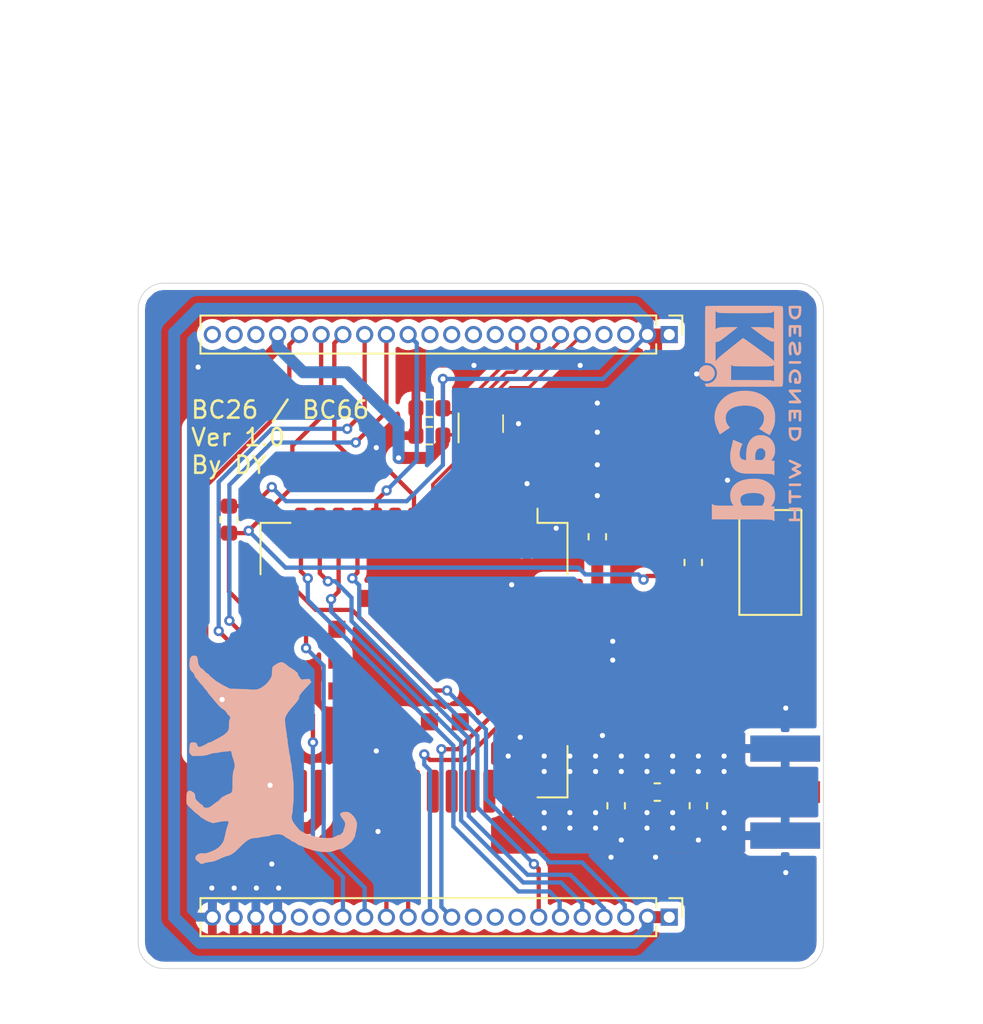
<source format=kicad_pcb>
(kicad_pcb (version 20190905) (host pcbnew "5.99.0-unknown-df3fabf~86~ubuntu18.04.1")
  (layers (0 "F.Cu" signal) (31 "B.Cu" signal) (34 "B.Paste" user) (35 "F.Paste" user) (36 "B.SilkS" user) (37 "F.SilkS" user) (38 "B.Mask" user) (39 "F.Mask" user) (44 "Edge.Cuts" user))
  (net 0 "")
  (net 1 "GND")
  (net 2 "+3V3")
  (net 3 "Net-(C2-Pad1)")
  (net 4 "Net-(C3-Pad1)")
  (net 5 "/M_RESET")
  (net 6 "/M_VDD_OUT")
  (net 7 "/PSM_EINT")
  (net 8 "/M_PWRKEY")
  (net 9 "/M_MAIN_UART_Rx")
  (net 10 "/M_MAIN_UART_Tx")
  (net 11 "/M_ADC")
  (net 12 "/M_SPI_CS-I2S_CS")
  (net 13 "/M_SPI_CLK-I2S_CLK")
  (net 14 "/M_SPI_MOSI-I2S_WA")
  (net 15 "/M_SPI_MISO-I2S_RXD")
  (net 16 "/M_RI")
  (net 17 "/M_NET_LED")
  (net 18 "/M_AUX_UART_Rx")
  (net 19 "/M_AUX_UART_Tx")
  (net 20 "/M_DBG_UART_Rx")
  (net 21 "/M_DBG_UART_TX")
  (net 22 "/SIM_GND")
  (net 23 "/SIM_CLK")
  (net 24 "/SIM_IO")
  (net 25 "/SIM_RST")
  (net 26 "/V_SIM")
  (net 27 "/B_SPI_CS-I2S_CS")
  (net 28 "/B_SPI_CLK-I2S_CLK")
  (net 29 "/B_SPI_MOSI-I2S_WA")
  (net 30 "/B_SPI_MISO-I2S_RXD")
  (module "Symbol:KiCad-Logo2_5mm_SilkScreen" (layer "B.Cu") (at 105.7 77.6 -90)
    (fp_text reference "REF**" hide)
    (fp_text value "KiCad-Logo2_5mm_SilkScreen" hide)
  )
  (module "LTD_Customized:Cat-Logo" (layer "B.Cu") (at 77.8 97.8 90)
    (fp_text reference "G***" hide)
    (fp_text value "LOGO" hide)
  )
  (module "Package_DFN_QFN:Texas_R_PUQFN-N12" (layer "F.Cu") (at 90 78.2 90)
    (fp_text reference "U2" hide)
    (fp_text value "TXB0304RUT")
    (pad "1" smd rect (at -0.425 -0.975 90) (size 0.15 0.25) (layers "F.Cu" "F.Paste" "F.Mask") (net 6 "/M_VDD_OUT"))
    (pad "12" smd rect (at 0 -0.8) (size 0.6 0.2) (layers "F.Cu" "F.Paste" "F.Mask") (net 6 "/M_VDD_OUT"))
    (pad "11" smd rect (at 0.65 -0.8) (size 0.2 0.6) (layers "F.Cu" "F.Paste" "F.Mask") (net 2 "+3V3"))
    (pad "10" smd rect (at 0.65 -0.4) (size 0.2 0.6) (layers "F.Cu" "F.Paste" "F.Mask") (net 27 "/B_SPI_CS-I2S_CS"))
    (pad "9" smd rect (at 0.65 0) (size 0.2 0.6) (layers "F.Cu" "F.Paste" "F.Mask") (net 28 "/B_SPI_CLK-I2S_CLK"))
    (pad "8" smd rect (at 0.65 0.4) (size 0.2 0.6) (layers "F.Cu" "F.Paste" "F.Mask") (net 29 "/B_SPI_MOSI-I2S_WA"))
    (pad "7" smd rect (at 0.65 0.8) (size 0.2 0.6) (layers "F.Cu" "F.Paste" "F.Mask") (net 30 "/B_SPI_MISO-I2S_RXD"))
    (pad "6" smd rect (at 0 0.8) (size 0.6 0.2) (layers "F.Cu" "F.Paste" "F.Mask") (net 1 "GND"))
    (pad "5" smd rect (at -0.65 0.8) (size 0.2 0.6) (layers "F.Cu" "F.Paste" "F.Mask") (net 15 "/M_SPI_MISO-I2S_RXD"))
    (pad "4" smd rect (at -0.65 0.4) (size 0.2 0.6) (layers "F.Cu" "F.Paste" "F.Mask") (net 14 "/M_SPI_MOSI-I2S_WA"))
    (pad "3" smd rect (at -0.65 0) (size 0.2 0.6) (layers "F.Cu" "F.Paste" "F.Mask") (net 13 "/M_SPI_CLK-I2S_CLK"))
    (pad "2" smd rect (at -0.65 -0.4) (size 0.2 0.6) (layers "F.Cu" "F.Paste" "F.Mask") (net 12 "/M_SPI_CS-I2S_CS"))
    (pad "1" smd rect (at -0.65 -0.8) (size 0.2 0.6) (layers "F.Cu" "F.Paste" "F.Mask") (net 6 "/M_VDD_OUT"))
  )
  (module "Capacitor_SMD:C_0603_1608Metric" (layer "F.Cu") (at 87 77.3 180)
    (fp_text reference "C5" hide)
    (fp_text value "100nF")
    (pad "2" smd roundrect (at 0.7875 0 180) (size 0.875 0.95) (layers "F.Cu" "F.Paste" "F.Mask") (net 1 "GND"))
    (pad "1" smd roundrect (at -0.7875 0 180) (size 0.875 0.95) (layers "F.Cu" "F.Paste" "F.Mask") (net 2 "+3V3"))
  )
  (module "Capacitor_SMD:C_0603_1608Metric" (layer "F.Cu") (at 87 78.9 180)
    (fp_text reference "C4" hide)
    (fp_text value "100nF")
    (pad "2" smd roundrect (at 0.7875 0 180) (size 0.875 0.95) (layers "F.Cu" "F.Paste" "F.Mask") (net 1 "GND"))
    (pad "1" smd roundrect (at -0.7875 0 180) (size 0.875 0.95) (layers "F.Cu" "F.Paste" "F.Mask") (net 6 "/M_VDD_OUT"))
  )
  (module "RF_GSM:Quectel_BC66" (layer "F.Cu") (at 86.1 92 -90)
    (fp_text reference "U1" hide)
    (fp_text value "BC66")
    (pad "58" smd rect (at -1.8 -4.5 270) (size 1 1) (layers "F.Cu" "F.Paste" "F.Mask"))
    (pad "57" smd rect (at 0 -4.5 270) (size 1 1) (layers "F.Cu" "F.Paste" "F.Mask"))
    (pad "56" smd rect (at 1.8 -4.5 270) (size 1 1) (layers "F.Cu" "F.Paste" "F.Mask"))
    (pad "55" smd rect (at 3.6 -2.7 270) (size 1 1) (layers "F.Cu" "F.Paste" "F.Mask"))
    (pad "54" smd rect (at 3.6 -0.9 270) (size 1 1) (layers "F.Cu" "F.Paste" "F.Mask"))
    (pad "53" smd rect (at 3.6 0.9 270) (size 1 1) (layers "F.Cu" "F.Paste" "F.Mask"))
    (pad "52" smd rect (at 3.6 2.7 270) (size 1 1) (layers "F.Cu" "F.Paste" "F.Mask"))
    (pad "51" smd rect (at 1.8 4.5 270) (size 1 1) (layers "F.Cu" "F.Paste" "F.Mask"))
    (pad "50" smd rect (at 0 4.5 270) (size 1 1) (layers "F.Cu" "F.Paste" "F.Mask"))
    (pad "49" smd rect (at -1.8 4.5 270) (size 1 1) (layers "F.Cu" "F.Paste" "F.Mask"))
    (pad "48" smd rect (at -3.6 2.7 270) (size 1 1) (layers "F.Cu" "F.Paste" "F.Mask"))
    (pad "47" smd rect (at -3.6 0.9 270) (size 1 1) (layers "F.Cu" "F.Paste" "F.Mask"))
    (pad "46" smd rect (at -3.6 -0.9 270) (size 1 1) (layers "F.Cu" "F.Paste" "F.Mask"))
    (pad "45" smd rect (at -3.6 -2.7 270) (size 1 1) (layers "F.Cu" "F.Paste" "F.Mask"))
    (pad "44" smd roundrect (at -4.4 -8.6 180) (size 2.5 0.7) (layers "F.Cu" "F.Paste" "F.Mask"))
    (pad "43" smd roundrect (at -3.3 -8.6 180) (size 2.5 0.7) (layers "F.Cu" "F.Paste" "F.Mask") (net 2 "+3V3"))
    (pad "42" smd roundrect (at -2.2 -8.6 180) (size 2.5 0.7) (layers "F.Cu" "F.Paste" "F.Mask") (net 2 "+3V3"))
    (pad "41" smd roundrect (at -1.1 -8.6 180) (size 2.5 0.7) (layers "F.Cu" "F.Paste" "F.Mask") (net 1 "GND"))
    (pad "40" smd roundrect (at 0 -8.6 180) (size 2.5 0.7) (layers "F.Cu" "F.Paste" "F.Mask") (net 1 "GND"))
    (pad "39" smd roundrect (at 1.1 -8.6 180) (size 2.5 0.7) (layers "F.Cu" "F.Paste" "F.Mask") (net 21 "/M_DBG_UART_TX"))
    (pad "38" smd roundrect (at 2.2 -8.6 180) (size 2.5 0.7) (layers "F.Cu" "F.Paste" "F.Mask") (net 20 "/M_DBG_UART_Rx"))
    (pad "37" smd roundrect (at 3.3 -8.6 180) (size 2.5 0.7) (layers "F.Cu" "F.Paste" "F.Mask") (net 1 "GND"))
    (pad "36" smd roundrect (at 4.4 -8.6 180) (size 2.5 0.7) (layers "F.Cu" "F.Paste" "F.Mask") (net 1 "GND"))
    (pad "35" smd roundrect (at 7.65 -6.6 270) (size 2.5 0.7) (layers "F.Cu" "F.Paste" "F.Mask") (net 3 "Net-(C2-Pad1)"))
    (pad "34" smd roundrect (at 7.65 -5.5 270) (size 2.5 0.7) (layers "F.Cu" "F.Paste" "F.Mask") (net 1 "GND"))
    (pad "33" smd roundrect (at 7.65 -4.4 270) (size 2.5 0.7) (layers "F.Cu" "F.Paste" "F.Mask"))
    (pad "32" smd roundrect (at 7.65 -3.3 270) (size 2.5 0.7) (layers "F.Cu" "F.Paste" "F.Mask"))
    (pad "31" smd roundrect (at 7.65 -2.2 270) (size 2.5 0.7) (layers "F.Cu" "F.Paste" "F.Mask"))
    (pad "30" smd roundrect (at 7.65 -1.1 270) (size 2.5 0.7) (layers "F.Cu" "F.Paste" "F.Mask"))
    (pad "29" smd roundrect (at 7.65 0 270) (size 2.5 0.7) (layers "F.Cu" "F.Paste" "F.Mask") (net 19 "/M_AUX_UART_Tx"))
    (pad "28" smd roundrect (at 7.65 1.1 270) (size 2.5 0.7) (layers "F.Cu" "F.Paste" "F.Mask") (net 18 "/M_AUX_UART_Rx"))
    (pad "27" smd roundrect (at 7.65 2.2 270) (size 2.5 0.7) (layers "F.Cu" "F.Paste" "F.Mask") (net 1 "GND"))
    (pad "26" smd roundrect (at 7.65 3.3 270) (size 2.5 0.7) (layers "F.Cu" "F.Paste" "F.Mask"))
    (pad "25" smd roundrect (at 7.65 4.4 270) (size 2.5 0.7) (layers "F.Cu" "F.Paste" "F.Mask"))
    (pad "24" smd roundrect (at 7.65 5.5 270) (size 2.5 0.7) (layers "F.Cu" "F.Paste" "F.Mask") (net 6 "/M_VDD_OUT"))
    (pad "23" smd roundrect (at 7.65 6.6 270) (size 2.5 0.7) (layers "F.Cu" "F.Paste" "F.Mask"))
    (pad "22" smd roundrect (at 4.4 8.6) (size 2.5 0.7) (layers "F.Cu" "F.Paste" "F.Mask"))
    (pad "21" smd roundrect (at 3.3 8.6) (size 2.5 0.7) (layers "F.Cu" "F.Paste" "F.Mask"))
    (pad "20" smd roundrect (at 2.2 8.6) (size 2.5 0.7) (layers "F.Cu" "F.Paste" "F.Mask") (net 16 "/M_RI"))
    (pad "19" smd roundrect (at 1.1 8.6) (size 2.5 0.7) (layers "F.Cu" "F.Paste" "F.Mask") (net 7 "/PSM_EINT"))
    (pad "18" smd roundrect (at 0 8.6) (size 2.5 0.7) (layers "F.Cu" "F.Paste" "F.Mask") (net 9 "/M_MAIN_UART_Rx"))
    (pad "17" smd roundrect (at -1.1 8.6) (size 2.5 0.7) (layers "F.Cu" "F.Paste" "F.Mask") (net 10 "/M_MAIN_UART_Tx"))
    (pad "16" smd roundrect (at -2.2 8.6) (size 2.5 0.7) (layers "F.Cu" "F.Paste" "F.Mask") (net 17 "/M_NET_LED"))
    (pad "15" smd roundrect (at -3.3 8.6) (size 2.5 0.7) (layers "F.Cu" "F.Paste" "F.Mask") (net 5 "/M_RESET"))
    (pad "14" smd roundrect (at -4.4 8.6) (size 2.5 0.7) (layers "F.Cu" "F.Paste" "F.Mask") (net 26 "/V_SIM"))
    (pad "13" smd roundrect (at -7.65 6.6 270) (size 2.5 0.7) (layers "F.Cu" "F.Paste" "F.Mask") (net 23 "/SIM_CLK"))
    (pad "12" smd roundrect (at -7.65 5.5 270) (size 2.5 0.7) (layers "F.Cu" "F.Paste" "F.Mask") (net 25 "/SIM_RST"))
    (pad "11" smd roundrect (at -7.65 4.4 270) (size 2.5 0.7) (layers "F.Cu" "F.Paste" "F.Mask") (net 24 "/SIM_IO"))
    (pad "10" smd roundrect (at -7.65 3.3 270) (size 2.5 0.7) (layers "F.Cu" "F.Paste" "F.Mask") (net 22 "/SIM_GND"))
    (pad "9" smd roundrect (at -7.65 2.2 270) (size 2.5 0.7) (layers "F.Cu" "F.Paste" "F.Mask") (net 11 "/M_ADC"))
    (pad "8" smd roundrect (at -7.65 1.1 270) (size 2.5 0.7) (layers "F.Cu" "F.Paste" "F.Mask"))
    (pad "7" smd roundrect (at -7.65 0 270) (size 2.5 0.7) (layers "F.Cu" "F.Paste" "F.Mask") (net 8 "/M_PWRKEY"))
    (pad "6" smd roundrect (at -7.65 -1.1 270) (size 2.5 0.7) (layers "F.Cu" "F.Paste" "F.Mask") (net 12 "/M_SPI_CS-I2S_CS"))
    (pad "5" smd roundrect (at -7.65 -2.2 270) (size 2.5 0.7) (layers "F.Cu" "F.Paste" "F.Mask") (net 13 "/M_SPI_CLK-I2S_CLK"))
    (pad "4" smd roundrect (at -7.65 -3.3 270) (size 2.5 0.7) (layers "F.Cu" "F.Paste" "F.Mask") (net 14 "/M_SPI_MOSI-I2S_WA"))
    (pad "3" smd roundrect (at -7.65 -4.4 270) (size 2.5 0.7) (layers "F.Cu" "F.Paste" "F.Mask") (net 15 "/M_SPI_MISO-I2S_RXD"))
    (pad "2" smd roundrect (at -7.65 -5.5 270) (size 2.5 0.7) (layers "F.Cu" "F.Paste" "F.Mask"))
    (pad "1" smd roundrect (at -7.65 -6.6 270) (size 2.5 0.7) (layers "F.Cu" "F.Paste" "F.Mask") (net 1 "GND"))
  )
  (module "Button_Switch_SMD:SW_SPST_FSMSM" (layer "F.Cu") (at 106.9 86.3 -90)
    (fp_text reference "SW2" hide)
    (fp_text value "SW_Push")
    (pad "2" smd rect (at 4.59 0 270) (size 2.18 1.6) (layers "F.Cu" "F.Paste" "F.Mask") (net 5 "/M_RESET"))
    (pad "1" smd rect (at -4.59 0 270) (size 2.18 1.6) (layers "F.Cu" "F.Paste" "F.Mask") (net 1 "GND"))
  )
  (module "Resistor_SMD:R_0603_1608Metric" (layer "F.Cu") (at 75.3 83.8 90)
    (fp_text reference "R11" hide)
    (fp_text value "10k")
    (pad "2" smd roundrect (at 0.7875 0 90) (size 0.875 0.95) (layers "F.Cu" "F.Paste" "F.Mask") (net 2 "+3V3"))
    (pad "1" smd roundrect (at -0.7875 0 90) (size 0.875 0.95) (layers "F.Cu" "F.Paste" "F.Mask") (net 5 "/M_RESET"))
  )
  (module "Resistor_SMD:R_0603_1608Metric" (layer "F.Cu") (at 100.3 99.7 180)
    (fp_text reference "R1" hide)
    (fp_text value "0")
    (pad "2" smd roundrect (at 0.7875 0 180) (size 0.875 0.95) (layers "F.Cu" "F.Paste" "F.Mask") (net 3 "Net-(C2-Pad1)"))
    (pad "1" smd roundrect (at -0.7875 0 180) (size 0.875 0.95) (layers "F.Cu" "F.Paste" "F.Mask") (net 4 "Net-(C3-Pad1)"))
  )
  (module "Connector_PinHeader_1.27mm:PinHeader_1x22_P1.27mm_Vertical" (layer "F.Cu") (at 101 107 -90)
    (fp_text reference "J13" hide)
    (fp_text value "Right_Conn")
    (pad "22" thru_hole oval (at 0 26.67 270) (size 1 1) (drill 0.65) (layers *.Cu *.Mask) (net 1 "GND"))
    (pad "21" thru_hole oval (at 0 25.4 270) (size 1 1) (drill 0.65) (layers *.Cu *.Mask) (net 1 "GND"))
    (pad "20" thru_hole oval (at 0 24.13 270) (size 1 1) (drill 0.65) (layers *.Cu *.Mask) (net 1 "GND"))
    (pad "19" thru_hole oval (at 0 22.86 270) (size 1 1) (drill 0.65) (layers *.Cu *.Mask) (net 1 "GND"))
    (pad "18" thru_hole oval (at 0 21.59 270) (size 1 1) (drill 0.65) (layers *.Cu *.Mask))
    (pad "17" thru_hole oval (at 0 20.32 270) (size 1 1) (drill 0.65) (layers *.Cu *.Mask))
    (pad "16" thru_hole oval (at 0 19.05 270) (size 1 1) (drill 0.65) (layers *.Cu *.Mask) (net 16 "/M_RI"))
    (pad "15" thru_hole oval (at 0 17.78 270) (size 1 1) (drill 0.65) (layers *.Cu *.Mask) (net 17 "/M_NET_LED"))
    (pad "14" thru_hole oval (at 0 16.51 270) (size 1 1) (drill 0.65) (layers *.Cu *.Mask) (net 18 "/M_AUX_UART_Rx"))
    (pad "13" thru_hole oval (at 0 15.24 270) (size 1 1) (drill 0.65) (layers *.Cu *.Mask) (net 19 "/M_AUX_UART_Tx"))
    (pad "12" thru_hole oval (at 0 13.97 270) (size 1 1) (drill 0.65) (layers *.Cu *.Mask) (net 20 "/M_DBG_UART_Rx"))
    (pad "11" thru_hole oval (at 0 12.7 270) (size 1 1) (drill 0.65) (layers *.Cu *.Mask) (net 21 "/M_DBG_UART_TX"))
    (pad "10" thru_hole oval (at 0 11.43 270) (size 1 1) (drill 0.65) (layers *.Cu *.Mask))
    (pad "9" thru_hole oval (at 0 10.16 270) (size 1 1) (drill 0.65) (layers *.Cu *.Mask))
    (pad "8" thru_hole oval (at 0 8.89 270) (size 1 1) (drill 0.65) (layers *.Cu *.Mask))
    (pad "7" thru_hole oval (at 0 7.62 270) (size 1 1) (drill 0.65) (layers *.Cu *.Mask) (net 22 "/SIM_GND"))
    (pad "6" thru_hole oval (at 0 6.35 270) (size 1 1) (drill 0.65) (layers *.Cu *.Mask) (net 23 "/SIM_CLK"))
    (pad "5" thru_hole oval (at 0 5.08 270) (size 1 1) (drill 0.65) (layers *.Cu *.Mask) (net 24 "/SIM_IO"))
    (pad "4" thru_hole oval (at 0 3.81 270) (size 1 1) (drill 0.65) (layers *.Cu *.Mask) (net 25 "/SIM_RST"))
    (pad "3" thru_hole oval (at 0 2.54 270) (size 1 1) (drill 0.65) (layers *.Cu *.Mask) (net 26 "/V_SIM"))
    (pad "2" thru_hole oval (at 0 1.27 270) (size 1 1) (drill 0.65) (layers *.Cu *.Mask) (net 2 "+3V3"))
    (pad "1" thru_hole rect (at 0 0 270) (size 1 1) (drill 0.65) (layers *.Cu *.Mask) (net 2 "+3V3"))
  )
  (module "Connector_PinHeader_1.27mm:PinHeader_1x22_P1.27mm_Vertical" (layer "F.Cu") (at 101 73 -90)
    (fp_text reference "J12" hide)
    (fp_text value "Left_Conn")
    (pad "22" thru_hole oval (at 0 26.67 270) (size 1 1) (drill 0.65) (layers *.Cu *.Mask))
    (pad "21" thru_hole oval (at 0 25.4 270) (size 1 1) (drill 0.65) (layers *.Cu *.Mask))
    (pad "20" thru_hole oval (at 0 24.13 270) (size 1 1) (drill 0.65) (layers *.Cu *.Mask))
    (pad "19" thru_hole oval (at 0 22.86 270) (size 1 1) (drill 0.65) (layers *.Cu *.Mask) (net 6 "/M_VDD_OUT"))
    (pad "18" thru_hole oval (at 0 21.59 270) (size 1 1) (drill 0.65) (layers *.Cu *.Mask) (net 7 "/PSM_EINT"))
    (pad "17" thru_hole oval (at 0 20.32 270) (size 1 1) (drill 0.65) (layers *.Cu *.Mask) (net 5 "/M_RESET"))
    (pad "16" thru_hole oval (at 0 19.05 270) (size 1 1) (drill 0.65) (layers *.Cu *.Mask) (net 8 "/M_PWRKEY"))
    (pad "15" thru_hole oval (at 0 17.78 270) (size 1 1) (drill 0.65) (layers *.Cu *.Mask) (net 9 "/M_MAIN_UART_Rx"))
    (pad "14" thru_hole oval (at 0 16.51 270) (size 1 1) (drill 0.65) (layers *.Cu *.Mask) (net 10 "/M_MAIN_UART_Tx"))
    (pad "13" thru_hole oval (at 0 15.24 270) (size 1 1) (drill 0.65) (layers *.Cu *.Mask) (net 11 "/M_ADC"))
    (pad "12" thru_hole oval (at 0 13.97 270) (size 1 1) (drill 0.65) (layers *.Cu *.Mask))
    (pad "11" thru_hole oval (at 0 12.7 270) (size 1 1) (drill 0.65) (layers *.Cu *.Mask))
    (pad "10" thru_hole oval (at 0 11.43 270) (size 1 1) (drill 0.65) (layers *.Cu *.Mask))
    (pad "9" thru_hole oval (at 0 10.16 270) (size 1 1) (drill 0.65) (layers *.Cu *.Mask))
    (pad "8" thru_hole oval (at 0 8.89 270) (size 1 1) (drill 0.65) (layers *.Cu *.Mask) (net 27 "/B_SPI_CS-I2S_CS"))
    (pad "7" thru_hole oval (at 0 7.62 270) (size 1 1) (drill 0.65) (layers *.Cu *.Mask) (net 28 "/B_SPI_CLK-I2S_CLK"))
    (pad "6" thru_hole oval (at 0 6.35 270) (size 1 1) (drill 0.65) (layers *.Cu *.Mask) (net 29 "/B_SPI_MOSI-I2S_WA"))
    (pad "5" thru_hole oval (at 0 5.08 270) (size 1 1) (drill 0.65) (layers *.Cu *.Mask) (net 30 "/B_SPI_MISO-I2S_RXD"))
    (pad "4" thru_hole oval (at 0 3.81 270) (size 1 1) (drill 0.65) (layers *.Cu *.Mask))
    (pad "3" thru_hole oval (at 0 2.54 270) (size 1 1) (drill 0.65) (layers *.Cu *.Mask))
    (pad "2" thru_hole oval (at 0 1.27 270) (size 1 1) (drill 0.65) (layers *.Cu *.Mask) (net 2 "+3V3"))
    (pad "1" thru_hole rect (at 0 0 270) (size 1 1) (drill 0.65) (layers *.Cu *.Mask) (net 2 "+3V3"))
  )
  (module "LTD_Customized:SMA_Antenna" (layer "F.Cu") (at 109.8 99.7 180)
    (fp_text reference "J1" hide)
    (fp_text value "1865" hide)
    (pad "GND1" smd rect (at 2.032 -2.54 270) (size 1.524 4.064) (layers "F.Cu" "F.Paste" "F.Mask") (net 1 "GND"))
    (pad "GND4" smd rect (at 2.032 2.54 270) (size 1.524 4.064) (layers "F.Cu" "F.Paste" "F.Mask") (net 1 "GND"))
    (pad "P" smd rect (at 2.032 0 270) (size 1.27 4.064) (layers "F.Cu" "F.Paste" "F.Mask") (net 4 "Net-(C3-Pad1)"))
    (pad "GND2" smd rect (at 2.032 -2.54 270) (size 1.524 4.064) (layers "B.Cu" "B.Paste" "B.Mask") (net 1 "GND"))
    (pad "GND3" smd rect (at 2.032 2.54 270) (size 1.524 4.064) (layers "B.Cu" "B.Paste" "B.Mask") (net 1 "GND"))
  )
  (module "Capacitor_SMD:C_0603_1608Metric" (layer "F.Cu") (at 102.4 86.3 90)
    (fp_text reference "C7" hide)
    (fp_text value "100nF")
    (pad "2" smd roundrect (at 0.7875 0 90) (size 0.875 0.95) (layers "F.Cu" "F.Paste" "F.Mask") (net 1 "GND"))
    (pad "1" smd roundrect (at -0.7875 0 90) (size 0.875 0.95) (layers "F.Cu" "F.Paste" "F.Mask") (net 5 "/M_RESET"))
  )
  (module "Capacitor_SMD:C_0603_1608Metric" (layer "F.Cu") (at 102.7 100.5 -90)
    (fp_text reference "C3" hide)
    (fp_text value "100nF")
    (pad "2" smd roundrect (at 0.7875 0 270) (size 0.875 0.95) (layers "F.Cu" "F.Paste" "F.Mask") (net 1 "GND"))
    (pad "1" smd roundrect (at -0.7875 0 270) (size 0.875 0.95) (layers "F.Cu" "F.Paste" "F.Mask") (net 4 "Net-(C3-Pad1)"))
  )
  (module "Capacitor_SMD:C_0603_1608Metric" (layer "F.Cu") (at 97.9 100.5 -90)
    (fp_text reference "C2" hide)
    (fp_text value "100nF")
    (pad "2" smd roundrect (at 0.7875 0 270) (size 0.875 0.95) (layers "F.Cu" "F.Paste" "F.Mask") (net 1 "GND"))
    (pad "1" smd roundrect (at -0.7875 0 270) (size 0.875 0.95) (layers "F.Cu" "F.Paste" "F.Mask") (net 3 "Net-(C2-Pad1)"))
  )
  (module "Capacitor_SMD:C_0603_1608Metric" (layer "F.Cu") (at 96.8 84.8 90)
    (fp_text reference "C1" hide)
    (fp_text value "100nF")
    (pad "2" smd roundrect (at 0.7875 0 90) (size 0.875 0.95) (layers "F.Cu" "F.Paste" "F.Mask") (net 1 "GND"))
    (pad "1" smd roundrect (at -0.7875 0 90) (size 0.875 0.95) (layers "F.Cu" "F.Paste" "F.Mask") (net 2 "+3V3"))
  )
  (gr_text "BC26 / BC66\nVer 1.0\nBy DY" (at 73 79) (layer "F.SilkS") (effects (font (size 1 1)) (justify left)))
  (gr_arc (start 71.5 108.5) (end 70 108.5) (angle -90) (layer "Edge.Cuts") (width 0.05))
  (gr_arc (start 108.5 108.5) (end 108.5 110) (angle -90) (layer "Edge.Cuts") (width 0.05))
  (gr_arc (start 108.5 71.5) (end 110 71.5) (angle -90) (layer "Edge.Cuts") (width 0.05))
  (gr_arc (start 71.5 71.5) (end 71.5 70) (angle -90) (layer "Edge.Cuts") (width 0.05))
  (gr_line (start 70 108.5) (end 70 71.5) (layer "Edge.Cuts") (width 0.05))
  (gr_line (start 108.5 110) (end 71.5 110) (layer "Edge.Cuts") (width 0.05))
  (gr_line (start 110 71.5) (end 110 108.5) (layer "Edge.Cuts") (width 0.05))
  (gr_line (start 71.5 70) (end 108.5 70) (layer "Edge.Cuts") (width 0.05))
  (segment (start 99.5125 99.7) (end 92.86501 99.7) (width 1.23) (layer "F.Cu") (net 3))
  (segment (start 107.768 99.7) (end 101.0875 99.7) (width 1.23) (layer "F.Cu") (net 4))
  (segment (start 104.4375 87.0875) (end 102.875 87.0875) (width 0.25) (layer "F.Cu") (net 5))
  (segment (start 102.875 87.0875) (end 102.4 87.0875) (width 0.25) (layer "F.Cu") (net 5))
  (segment (start 106.9 89.55) (end 104.4375 87.0875) (width 0.25) (layer "F.Cu") (net 5))
  (segment (start 106.9 90.89) (end 106.9 89.55) (width 0.25) (layer "F.Cu") (net 5))
  (segment (start 88.0375 77.55) (end 87.7875 77.3) (width 0.2) (layer "F.Cu") (net 2))
  (segment (start 89.2 77.55) (end 88.0375 77.55) (width 0.2) (layer "F.Cu") (net 2))
  (segment (start 89.2 78.2) (end 89.2 78.85) (width 0.2) (layer "F.Cu") (net 6))
  (segment (start 87.8375 78.85) (end 87.7875 78.9) (width 0.2) (layer "F.Cu") (net 6))
  (segment (start 89.2 78.85) (end 87.8375 78.85) (width 0.2) (layer "F.Cu") (net 6))
  (segment (start 78.82499 76.97501) (end 73.97501 81.82499) (width 0.25) (layer "F.Cu") (net 7))
  (segment (start 79.41 73) (end 78.82499 73.58501) (width 0.25) (layer "F.Cu") (net 7))
  (segment (start 78.82499 73.58501) (end 78.82499 76.97501) (width 0.25) (layer "F.Cu") (net 7))
  (segment (start 76.25 93.1) (end 77.5 93.1) (width 0.25) (layer "F.Cu") (net 7))
  (segment (start 73.97501 90.82501) (end 76.25 93.1) (width 0.25) (layer "F.Cu") (net 7))
  (segment (start 73.97501 81.82499) (end 73.97501 90.82501) (width 0.25) (layer "F.Cu") (net 7))
  (segment (start 85 99.65) (end 85 104.6) (width 0.25) (layer "F.Cu") (net 18))
  (segment (start 84.49 105.11) (end 84.49 107) (width 0.25) (layer "F.Cu") (net 18))
  (segment (start 85 104.6) (end 84.49 105.11) (width 0.25) (layer "F.Cu") (net 18))
  (segment (start 86.1 99.65) (end 86.1 104.8) (width 0.25) (layer "F.Cu") (net 19))
  (segment (start 85.76 105.14) (end 85.76 107) (width 0.25) (layer "F.Cu") (net 19))
  (segment (start 86.1 104.8) (end 85.76 105.14) (width 0.25) (layer "F.Cu") (net 19))
  (segment (start 94.7 88.7) (end 94.7 89.8) (width 0.7) (layer "F.Cu") (net 2))
  (segment (start 95.95 89.8) (end 94.7 89.8) (width 0.7) (layer "F.Cu") (net 2))
  (segment (start 96.8 88.95) (end 95.95 89.8) (width 0.7) (layer "F.Cu") (net 2))
  (segment (start 96.8 85.5875) (end 96.8 88.95) (width 0.7) (layer "F.Cu") (net 2))
  (segment (start 96.65 88.8) (end 96.8 88.95) (width 0.7) (layer "F.Cu") (net 2))
  (segment (start 94.7 88.7) (end 94.8 88.8) (width 0.7) (layer "F.Cu") (net 2))
  (segment (start 94.8 88.8) (end 96.65 88.8) (width 0.7) (layer "F.Cu") (net 2))
  (segment (start 99.73 73) (end 101 73) (width 0.7) (layer "F.Cu") (net 2))
  (segment (start 98.6125 85.5875) (end 96.8 85.5875) (width 0.7) (layer "F.Cu") (net 2))
  (segment (start 100.229999 83.970001) (end 98.6125 85.5875) (width 0.7) (layer "F.Cu") (net 2))
  (segment (start 99.73 73) (end 100.229999 73.499999) (width 0.7) (layer "F.Cu") (net 2))
  (segment (start 100.229999 73.499999) (end 100.229999 83.970001) (width 0.7) (layer "F.Cu") (net 2))
  (segment (start 75.3 84.5875) (end 75.3 88) (width 0.25) (layer "F.Cu") (net 5))
  (segment (start 76 88.7) (end 77.5 88.7) (width 0.25) (layer "F.Cu") (net 5))
  (segment (start 75.3 88) (end 76 88.7) (width 0.25) (layer "F.Cu") (net 5))
  (via (at 74.7 90.3) (size 0.6) (drill 0.3) (layers "F.Cu" "B.Cu") (net 9))
  (segment (start 76.4 92) (end 77.5 92) (width 0.25) (layer "F.Cu") (net 9))
  (segment (start 74.7 90.3) (end 76.4 92) (width 0.25) (layer "F.Cu") (net 9))
  (segment (start 77.5 90.9) (end 77.15 91.25) (width 0.25) (layer "F.Cu") (net 10))
  (via (at 75.325 89.7) (size 0.6) (drill 0.3) (layers "F.Cu" "B.Cu") (net 10))
  (segment (start 76.875 91.25) (end 75.325 89.7) (width 0.25) (layer "F.Cu") (net 10))
  (segment (start 77.15 91.25) (end 76.875 91.25) (width 0.25) (layer "F.Cu") (net 10))
  (via (at 85.2 80.2) (size 0.6) (drill 0.3) (layers "F.Cu" "B.Cu") (net 6))
  (segment (start 85.624264 80.2) (end 85.2 80.2) (width 0.7) (layer "F.Cu") (net 6))
  (segment (start 87.7875 79.375) (end 86.9625 80.2) (width 0.7) (layer "F.Cu") (net 6))
  (segment (start 86.9625 80.2) (end 85.624264 80.2) (width 0.7) (layer "F.Cu") (net 6))
  (segment (start 87.7875 78.9) (end 87.7875 79.375) (width 0.7) (layer "F.Cu") (net 6))
  (segment (start 85.2 79.775736) (end 85.2 80.2) (width 0.7) (layer "B.Cu") (net 6))
  (segment (start 85.2 78.2) (end 85.2 79.775736) (width 0.7) (layer "B.Cu") (net 6))
  (segment (start 79.632894 75.2) (end 82.2 75.2) (width 0.7) (layer "B.Cu") (net 6))
  (segment (start 78.14 73) (end 78.14 73.707106) (width 0.7) (layer "B.Cu") (net 6))
  (segment (start 82.2 75.2) (end 85.2 78.2) (width 0.7) (layer "B.Cu") (net 6))
  (segment (start 78.14 73.707106) (end 79.632894 75.2) (width 0.7) (layer "B.Cu") (net 6))
  (via (at 84.5 82.1) (size 0.6) (drill 0.3) (layers "F.Cu" "B.Cu") (net 11))
  (segment (start 83.9 84.35) (end 83.9 82.7) (width 0.25) (layer "F.Cu") (net 11))
  (segment (start 83.9 82.7) (end 84.5 82.1) (width 0.25) (layer "F.Cu") (net 11))
  (segment (start 84.799999 81.800001) (end 84.5 82.1) (width 0.25) (layer "B.Cu") (net 11))
  (segment (start 86.259999 80.340001) (end 84.799999 81.800001) (width 0.25) (layer "B.Cu") (net 11))
  (segment (start 85.76 73) (end 86.259999 73.499999) (width 0.25) (layer "B.Cu") (net 11))
  (segment (start 86.259999 73.499999) (end 86.259999 80.340001) (width 0.25) (layer "B.Cu") (net 11))
  (segment (start 87.2 83.1) (end 87.2 84.35) (width 0.2) (layer "F.Cu") (net 12))
  (segment (start 87.2 81.75) (end 87.2 83.1) (width 0.2) (layer "F.Cu") (net 12))
  (segment (start 89.6 79.35) (end 87.2 81.75) (width 0.2) (layer "F.Cu") (net 12))
  (segment (start 89.6 78.85) (end 89.6 79.35) (width 0.2) (layer "F.Cu") (net 12))
  (segment (start 90 79.6) (end 90 78.85) (width 0.2) (layer "F.Cu") (net 13))
  (segment (start 88.3 84.35) (end 88.3 81.3) (width 0.2) (layer "F.Cu") (net 13))
  (segment (start 88.3 81.3) (end 90 79.6) (width 0.2) (layer "F.Cu") (net 13))
  (segment (start 95.92 73) (end 92.82 76.1) (width 0.2) (layer "F.Cu") (net 30))
  (segment (start 92.82 76.1) (end 91.731396 76.1) (width 0.2) (layer "F.Cu") (net 30))
  (segment (start 90.8 77.031396) (end 90.8 77.55) (width 0.2) (layer "F.Cu") (net 30))
  (segment (start 91.731396 76.1) (end 90.8 77.031396) (width 0.2) (layer "F.Cu") (net 30))
  (segment (start 89.6 76.5) (end 89.6 77.55) (width 0.2) (layer "F.Cu") (net 27))
  (segment (start 91.3 74.8) (end 89.6 76.5) (width 0.2) (layer "F.Cu") (net 27))
  (segment (start 91.7 74.8) (end 91.3 74.8) (width 0.2) (layer "F.Cu") (net 27))
  (segment (start 92.11 73) (end 92.11 74.39) (width 0.2) (layer "F.Cu") (net 27))
  (segment (start 92.11 74.39) (end 91.7 74.8) (width 0.2) (layer "F.Cu") (net 27))
  (segment (start 94.65 73.35) (end 94.65 73) (width 0.2) (layer "F.Cu") (net 29))
  (segment (start 92.4 75.6) (end 94.65 73.35) (width 0.2) (layer "F.Cu") (net 29))
  (segment (start 91.665698 75.6) (end 92.4 75.6) (width 0.2) (layer "F.Cu") (net 29))
  (segment (start 90.4 77.55) (end 90.4 76.865698) (width 0.2) (layer "F.Cu") (net 29))
  (segment (start 90.4 76.865698) (end 91.665698 75.6) (width 0.2) (layer "F.Cu") (net 29))
  (segment (start 90 76.7) (end 90 77.55) (width 0.2) (layer "F.Cu") (net 28))
  (segment (start 91.5 75.2) (end 90 76.7) (width 0.2) (layer "F.Cu") (net 28))
  (segment (start 93.38 73) (end 93.38 73.77) (width 0.2) (layer "F.Cu") (net 28))
  (segment (start 91.95 75.2) (end 91.5 75.2) (width 0.2) (layer "F.Cu") (net 28))
  (segment (start 93.38 73.77) (end 91.95 75.2) (width 0.2) (layer "F.Cu") (net 28))
  (segment (start 89.4 80.9) (end 89.4 84.35) (width 0.2) (layer "F.Cu") (net 14))
  (segment (start 90.4 78.85) (end 90.4 79.9) (width 0.2) (layer "F.Cu") (net 14))
  (segment (start 90.4 79.9) (end 89.4 80.9) (width 0.2) (layer "F.Cu") (net 14))
  (segment (start 90.5 80.6) (end 90.5 84.35) (width 0.2) (layer "F.Cu") (net 15))
  (segment (start 90.8 78.85) (end 90.8 80.3) (width 0.2) (layer "F.Cu") (net 15))
  (segment (start 90.8 80.3) (end 90.5 80.6) (width 0.2) (layer "F.Cu") (net 15))
  (segment (start 99.73 107) (end 101 107) (width 0.7) (layer "F.Cu") (net 2))
  (segment (start 76.3125 84.5875) (end 75.3 84.5875) (width 0.25) (layer "F.Cu") (net 5))
  (segment (start 80.68 73) (end 80.68 77.82) (width 0.25) (layer "F.Cu") (net 5))
  (segment (start 79 79.5) (end 79 81.9) (width 0.25) (layer "F.Cu") (net 5))
  (segment (start 80.68 77.82) (end 79 79.5) (width 0.25) (layer "F.Cu") (net 5))
  (segment (start 86.1 82.4) (end 86.1 83.1) (width 0.25) (layer "F.Cu") (net 8))
  (segment (start 81.95 73) (end 81.450001 73.499999) (width 0.25) (layer "F.Cu") (net 8))
  (segment (start 84.5 80.8) (end 86.1 82.4) (width 0.25) (layer "F.Cu") (net 8))
  (segment (start 81.450001 73.499999) (end 81.450001 79.250001) (width 0.25) (layer "F.Cu") (net 8))
  (segment (start 83 80.8) (end 84.5 80.8) (width 0.25) (layer "F.Cu") (net 8))
  (segment (start 81.450001 79.250001) (end 83 80.8) (width 0.25) (layer "F.Cu") (net 8))
  (segment (start 86.1 83.1) (end 86.1 84.35) (width 0.25) (layer "F.Cu") (net 8))
  (via (at 77.8 81.9) (size 0.6) (drill 0.3) (layers "F.Cu" "B.Cu") (net 2))
  (segment (start 75.3 83.0125) (end 76.6875 83.0125) (width 0.25) (layer "F.Cu") (net 2))
  (segment (start 76.6875 83.0125) (end 77.8 81.9) (width 0.25) (layer "F.Cu") (net 2))
  (via (at 76.45 84.45) (size 0.6) (drill 0.3) (layers "F.Cu" "B.Cu") (net 5))
  (segment (start 79 81.9) (end 76.45 84.45) (width 0.25) (layer "F.Cu") (net 5))
  (segment (start 76.45 84.45) (end 76.3125 84.5875) (width 0.25) (layer "F.Cu") (net 5))
  (segment (start 73.347106 78.5) (end 78.14 73.707106) (width 0.7) (layer "F.Cu") (net 6))
  (segment (start 78.14 73.707106) (end 78.14 73) (width 0.7) (layer "F.Cu") (net 6))
  (segment (start 80.6 101.2) (end 80 101.8) (width 0.7) (layer "F.Cu") (net 6))
  (segment (start 80.6 99.65) (end 80.6 101.2) (width 0.7) (layer "F.Cu") (net 6))
  (segment (start 80 101.8) (end 77.7 101.8) (width 0.7) (layer "F.Cu") (net 6))
  (segment (start 77.7 101.8) (end 73.3 97.4) (width 0.7) (layer "F.Cu") (net 6))
  (segment (start 73.3 97.4) (end 73.3 78.5) (width 0.7) (layer "F.Cu") (net 6))
  (segment (start 73.3 78.5) (end 73.347106 78.5) (width 0.7) (layer "F.Cu") (net 6))
  (segment (start 77.5 94.2) (end 78.2 94.2) (width 0.25) (layer "F.Cu") (net 16))
  (segment (start 78.2 94.2) (end 79.2 94.2) (width 0.25) (layer "F.Cu") (net 16))
  (via (at 80.2 96.8) (size 0.6) (drill 0.3) (layers "F.Cu" "B.Cu") (net 16))
  (segment (start 79.2 94.2) (end 80.2 95.2) (width 0.25) (layer "F.Cu") (net 16))
  (segment (start 80.2 95.2) (end 80.2 96.8) (width 0.25) (layer "F.Cu") (net 16))
  (segment (start 80.2 96.8) (end 80.2 102.9) (width 0.25) (layer "B.Cu") (net 16))
  (segment (start 81.95 104.65) (end 81.95 107) (width 0.25) (layer "B.Cu") (net 16))
  (segment (start 80.2 102.9) (end 81.95 104.65) (width 0.25) (layer "B.Cu") (net 16))
  (segment (start 77.5 89.8) (end 78.2 89.8) (width 0.25) (layer "F.Cu") (net 17))
  (segment (start 78.2 89.8) (end 79.4 89.8) (width 0.25) (layer "F.Cu") (net 17))
  (segment (start 79.4 89.8) (end 79.6 89.8) (width 0.25) (layer "F.Cu") (net 17))
  (via (at 79.8 91.3) (size 0.6) (drill 0.3) (layers "F.Cu" "B.Cu") (net 17))
  (segment (start 79.6 89.8) (end 79.8 90) (width 0.25) (layer "F.Cu") (net 17))
  (segment (start 79.8 90) (end 79.8 91.3) (width 0.25) (layer "F.Cu") (net 17))
  (segment (start 83.22 106.292894) (end 83.22 107) (width 0.25) (layer "B.Cu") (net 17))
  (segment (start 83.22 105.28359) (end 83.22 106.292894) (width 0.25) (layer "B.Cu") (net 17))
  (segment (start 80.825001 102.888591) (end 83.22 105.28359) (width 0.25) (layer "B.Cu") (net 17))
  (segment (start 80.825001 92.325001) (end 80.825001 102.888591) (width 0.25) (layer "B.Cu") (net 17))
  (segment (start 79.8 91.3) (end 80.825001 92.325001) (width 0.25) (layer "B.Cu") (net 17))
  (via (at 79.9 87.225) (size 0.6) (drill 0.3) (layers "F.Cu" "B.Cu") (net 23))
  (segment (start 79.5 84.35) (end 79.5 86.825) (width 0.25) (layer "F.Cu") (net 23))
  (segment (start 79.5 86.825) (end 79.9 87.225) (width 0.25) (layer "F.Cu") (net 23))
  (via (at 81.258051 88.441949) (size 0.6) (drill 0.3) (layers "F.Cu" "B.Cu") (net 24))
  (segment (start 81.7 86) (end 81.7 84.35) (width 0.25) (layer "F.Cu") (net 24))
  (segment (start 81.7 88) (end 81.7 86) (width 0.25) (layer "F.Cu") (net 24))
  (via (at 81.07499 87.4) (size 0.6) (drill 0.3) (layers "F.Cu" "B.Cu") (net 25))
  (segment (start 81.258051 88.441949) (end 81.7 88) (width 0.25) (layer "F.Cu") (net 24))
  (segment (start 80.6 84.35) (end 80.6 86.92501) (width 0.25) (layer "F.Cu") (net 25))
  (segment (start 80.6 86.92501) (end 81.07499 87.4) (width 0.25) (layer "F.Cu") (net 25))
  (segment (start 82.8 84.35) (end 82.8 86.9) (width 0.25) (layer "F.Cu") (net 22))
  (via (at 82.5 87.225) (size 0.6) (drill 0.3) (layers "F.Cu" "B.Cu") (net 22))
  (segment (start 82.8 86.9) (end 82.5 87.2) (width 0.25) (layer "F.Cu") (net 22))
  (segment (start 82.5 87.2) (end 82.5 87.225) (width 0.25) (layer "F.Cu") (net 22))
  (via (at 88.02836 93.77164) (size 0.6) (drill 0.3) (layers "F.Cu" "B.Cu") (net 26))
  (segment (start 80.36695 89.06695) (end 82.481948 89.06695) (width 0.25) (layer "F.Cu") (net 26))
  (segment (start 87.186638 93.77164) (end 87.604096 93.77164) (width 0.25) (layer "F.Cu") (net 26))
  (segment (start 82.481948 89.06695) (end 87.186638 93.77164) (width 0.25) (layer "F.Cu") (net 26))
  (segment (start 77.5 87.6) (end 78.9 87.6) (width 0.25) (layer "F.Cu") (net 26))
  (segment (start 78.9 87.6) (end 80.36695 89.06695) (width 0.25) (layer "F.Cu") (net 26))
  (segment (start 87.604096 93.77164) (end 88.02836 93.77164) (width 0.25) (layer "F.Cu") (net 26))
  (via (at 87.7 97.2) (size 0.6) (drill 0.3) (layers "F.Cu" "B.Cu") (net 21))
  (segment (start 88.124264 97.2) (end 87.7 97.2) (width 0.25) (layer "F.Cu") (net 21))
  (segment (start 88.3 107) (end 87.7 106.4) (width 0.25) (layer "B.Cu") (net 21))
  (segment (start 88.674996 97.2) (end 88.124264 97.2) (width 0.25) (layer "F.Cu") (net 21))
  (segment (start 87.7 106.4) (end 87.7 97.2) (width 0.25) (layer "B.Cu") (net 21))
  (segment (start 92.774996 93.1) (end 88.674996 97.2) (width 0.25) (layer "F.Cu") (net 21))
  (segment (start 94.7 93.1) (end 92.774996 93.1) (width 0.25) (layer "F.Cu") (net 21))
  (via (at 86.7 97.5) (size 0.6) (drill 0.3) (layers "F.Cu" "B.Cu") (net 20))
  (segment (start 92.666101 94.2) (end 89.0411 97.825001) (width 0.25) (layer "F.Cu") (net 20))
  (segment (start 86.999999 97.799999) (end 86.7 97.5) (width 0.25) (layer "F.Cu") (net 20))
  (segment (start 87.025001 97.825001) (end 86.999999 97.799999) (width 0.25) (layer "F.Cu") (net 20))
  (segment (start 94.7 94.2) (end 92.666101 94.2) (width 0.25) (layer "F.Cu") (net 20))
  (segment (start 89.0411 97.825001) (end 87.025001 97.825001) (width 0.25) (layer "F.Cu") (net 20))
  (segment (start 86.7 98.1) (end 86.7 97.5) (width 0.25) (layer "B.Cu") (net 20))
  (segment (start 87.03 107) (end 87.03 98.43) (width 0.25) (layer "B.Cu") (net 20))
  (segment (start 87.03 98.43) (end 86.7 98.1) (width 0.25) (layer "B.Cu") (net 20))
  (via (at 82.2 78.5) (size 0.6) (drill 0.3) (layers "F.Cu" "B.Cu") (net 9))
  (segment (start 83.22 73) (end 83.22 77.48) (width 0.25) (layer "F.Cu") (net 9))
  (segment (start 83.22 77.48) (end 82.2 78.5) (width 0.25) (layer "F.Cu") (net 9))
  (via (at 93.1 103.9) (size 0.6) (drill 0.3) (layers "F.Cu" "B.Cu") (net 22))
  (segment (start 93.38 107) (end 93.38 104.18) (width 0.25) (layer "F.Cu") (net 22))
  (segment (start 92.800001 103.600001) (end 93.1 103.9) (width 0.25) (layer "B.Cu") (net 22))
  (segment (start 82.5 87.225) (end 82.902786 87.627786) (width 0.25) (layer "B.Cu") (net 22))
  (segment (start 93.38 104.18) (end 93.1 103.9) (width 0.25) (layer "F.Cu") (net 22))
  (segment (start 82.902786 87.627786) (end 82.902787 89.529966) (width 0.25) (layer "B.Cu") (net 22))
  (segment (start 82.902787 89.529966) (end 89.8 96.427179) (width 0.25) (layer "B.Cu") (net 22))
  (segment (start 89.8 100.6) (end 92.800001 103.600001) (width 0.25) (layer "B.Cu") (net 22))
  (segment (start 89.8 96.427179) (end 89.8 100.6) (width 0.25) (layer "B.Cu") (net 22))
  (segment (start 88.328359 94.071639) (end 88.02836 93.77164) (width 0.25) (layer "B.Cu") (net 26))
  (segment (start 90.3 96.04328) (end 88.328359 94.071639) (width 0.25) (layer "B.Cu") (net 26))
  (segment (start 98.46 107) (end 98.4 106.94) (width 0.25) (layer "B.Cu") (net 26))
  (segment (start 98.4 106.3) (end 95.9 103.8) (width 0.25) (layer "B.Cu") (net 26))
  (segment (start 95.9 103.8) (end 94 103.8) (width 0.25) (layer "B.Cu") (net 26))
  (segment (start 94 103.8) (end 90.3 100.1) (width 0.25) (layer "B.Cu") (net 26))
  (segment (start 98.4 106.94) (end 98.4 106.3) (width 0.25) (layer "B.Cu") (net 26))
  (segment (start 90.3 100.1) (end 90.3 96.04328) (width 0.25) (layer "B.Cu") (net 26))
  (segment (start 81.499254 87.4) (end 81.07499 87.4) (width 0.25) (layer "B.Cu") (net 25))
  (segment (start 82.452776 89.716366) (end 82.452776 88.353522) (width 0.25) (layer "B.Cu") (net 25))
  (segment (start 97.19 106.49) (end 95.225002 104.525002) (width 0.25) (layer "B.Cu") (net 25))
  (segment (start 95.225002 104.525002) (end 92.725002 104.525002) (width 0.25) (layer "B.Cu") (net 25))
  (segment (start 82.452776 88.353522) (end 81.499254 87.4) (width 0.25) (layer "B.Cu") (net 25))
  (segment (start 92.725002 104.525002) (end 89.300022 101.100022) (width 0.25) (layer "B.Cu") (net 25))
  (segment (start 89.300022 101.100022) (end 89.300022 96.563611) (width 0.25) (layer "B.Cu") (net 25))
  (segment (start 97.19 107) (end 97.19 106.49) (width 0.25) (layer "B.Cu") (net 25))
  (segment (start 89.300022 96.563611) (end 82.452776 89.716366) (width 0.25) (layer "B.Cu") (net 25))
  (segment (start 81.258051 88.866213) (end 81.258051 88.441949) (width 0.25) (layer "B.Cu") (net 24))
  (segment (start 95.92 106.22) (end 94.675013 104.975013) (width 0.25) (layer "B.Cu") (net 24))
  (segment (start 81.258051 89.158051) (end 81.258051 88.866213) (width 0.25) (layer "B.Cu") (net 24))
  (segment (start 95.92 107) (end 95.92 106.22) (width 0.25) (layer "B.Cu") (net 24))
  (segment (start 94.675013 104.975013) (end 92.475013 104.975013) (width 0.25) (layer "B.Cu") (net 24))
  (segment (start 88.850011 101.350011) (end 88.850011 96.750011) (width 0.25) (layer "B.Cu") (net 24))
  (segment (start 88.850011 96.750011) (end 81.258051 89.158051) (width 0.25) (layer "B.Cu") (net 24))
  (segment (start 92.475013 104.975013) (end 88.850011 101.350011) (width 0.25) (layer "B.Cu") (net 24))
  (segment (start 94.6 106.95) (end 94.65 107) (width 0.25) (layer "B.Cu") (net 23))
  (segment (start 94.6 106.1) (end 94.6 106.95) (width 0.25) (layer "B.Cu") (net 23))
  (segment (start 79.9 88.5) (end 88.4 97) (width 0.25) (layer "B.Cu") (net 23))
  (segment (start 79.9 87.225) (end 79.9 88.5) (width 0.25) (layer "B.Cu") (net 23))
  (segment (start 88.4 97) (end 88.4 101.7) (width 0.25) (layer "B.Cu") (net 23))
  (segment (start 88.4 101.7) (end 92.2 105.5) (width 0.25) (layer "B.Cu") (net 23))
  (segment (start 92.2 105.5) (end 94 105.5) (width 0.25) (layer "B.Cu") (net 23))
  (segment (start 94 105.5) (end 94.6 106.1) (width 0.25) (layer "B.Cu") (net 23))
  (segment (start 86.2125 77.3) (end 86.2125 78.9) (width 0.7) (layer "F.Cu") (net 1))
  (segment (start 94.7 95.3) (end 94.7 96.4) (width 0.7) (layer "F.Cu") (net 1))
  (via (at 82.7 79.3) (size 0.6) (drill 0.3) (layers "F.Cu" "B.Cu") (net 10))
  (segment (start 84.49 77.51) (end 82.7 79.3) (width 0.25) (layer "F.Cu") (net 10))
  (segment (start 84.49 73) (end 84.49 77.51) (width 0.25) (layer "F.Cu") (net 10))
  (segment (start 81.775736 78.5) (end 82.2 78.5) (width 0.25) (layer "B.Cu") (net 9))
  (segment (start 74.7 90.3) (end 74.7 81.6) (width 0.25) (layer "B.Cu") (net 9))
  (segment (start 77.8 78.5) (end 81.775736 78.5) (width 0.25) (layer "B.Cu") (net 9))
  (segment (start 74.7 81.6) (end 77.8 78.5) (width 0.25) (layer "B.Cu") (net 9))
  (segment (start 82.275736 79.3) (end 82.7 79.3) (width 0.25) (layer "B.Cu") (net 10))
  (segment (start 77.8 79.3) (end 82.275736 79.3) (width 0.25) (layer "B.Cu") (net 10))
  (segment (start 75.325 89.7) (end 75.325 81.775) (width 0.25) (layer "B.Cu") (net 10))
  (segment (start 75.325 81.775) (end 77.8 79.3) (width 0.25) (layer "B.Cu") (net 10))
  (segment (start 87.7875 77.3) (end 87.7875 75.5875) (width 0.25) (layer "F.Cu") (net 2))
  (segment (start 77.8 81.9) (end 78.625001 82.725001) (width 0.25) (layer "B.Cu") (net 2))
  (segment (start 87.7875 76.011764) (end 87.7875 75.5875) (width 0.25) (layer "B.Cu") (net 2))
  (segment (start 87.7875 80.6125) (end 87.7875 76.011764) (width 0.25) (layer "B.Cu") (net 2))
  (segment (start 85.674999 82.725001) (end 87.7875 80.6125) (width 0.25) (layer "B.Cu") (net 2))
  (segment (start 78.625001 82.725001) (end 85.674999 82.725001) (width 0.25) (layer "B.Cu") (net 2))
  (via (at 87.7875 75.5875) (size 0.6) (drill 0.3) (layers "F.Cu" "B.Cu") (net 2))
  (via (at 93.7 98.5) (size 0.6) (drill 0.3) (layers "F.Cu" "B.Cu") (net 1))
  (via (at 93.7 100.9) (size 0.6) (drill 0.3) (layers "F.Cu" "B.Cu") (net 1))
  (via (at 95.2 98.5) (size 0.6) (drill 0.3) (layers "F.Cu" "B.Cu") (net 1))
  (via (at 96.7 98.5) (size 0.6) (drill 0.3) (layers "F.Cu" "B.Cu") (net 1))
  (via (at 98.2 98.5) (size 0.6) (drill 0.3) (layers "F.Cu" "B.Cu") (net 1))
  (via (at 99.7 98.5) (size 0.6) (drill 0.3) (layers "F.Cu" "B.Cu") (net 1))
  (via (at 101.2 98.5) (size 0.6) (drill 0.3) (layers "F.Cu" "B.Cu") (net 1))
  (via (at 102.7 98.5) (size 0.6) (drill 0.3) (layers "F.Cu" "B.Cu") (net 1))
  (via (at 104.2 98.5) (size 0.6) (drill 0.3) (layers "F.Cu" "B.Cu") (net 1))
  (via (at 95.2 100.9) (size 0.6) (drill 0.3) (layers "F.Cu" "B.Cu") (net 1))
  (via (at 96.7 100.9) (size 0.6) (drill 0.3) (layers "F.Cu" "B.Cu") (net 1))
  (via (at 99.7 100.9) (size 0.6) (drill 0.3) (layers "F.Cu" "B.Cu") (net 1))
  (via (at 101.2 100.9) (size 0.6) (drill 0.3) (layers "F.Cu" "B.Cu") (net 1))
  (via (at 104.2 100.9) (size 0.6) (drill 0.3) (layers "F.Cu" "B.Cu") (net 1))
  (via (at 93.7 97.6) (size 0.6) (drill 0.3) (layers "F.Cu" "B.Cu") (net 1))
  (via (at 93.7 101.8) (size 0.6) (drill 0.3) (layers "F.Cu" "B.Cu") (net 1))
  (via (at 102.7 102.5) (size 0.6) (drill 0.3) (layers "F.Cu" "B.Cu") (net 1))
  (via (at 98.2 102.5) (size 0.6) (drill 0.3) (layers "F.Cu" "B.Cu") (net 1))
  (via (at 89.6 74.8) (size 0.6) (drill 0.3) (layers "F.Cu" "B.Cu") (net 1))
  (segment (start 89.3 74.8) (end 89.6 74.8) (width 0.25) (layer "F.Cu") (net 1))
  (segment (start 89.6 74.8) (end 95.8 74.8) (width 0.25) (layer "B.Cu") (net 1))
  (via (at 95.8 74.8) (size 0.6) (drill 0.3) (layers "F.Cu" "B.Cu") (net 1))
  (via (at 102.6 75.3) (size 0.6) (drill 0.3) (layers "F.Cu" "B.Cu") (net 1))
  (via (at 92.7 81.7) (size 0.6) (drill 0.3) (layers "F.Cu" "B.Cu") (net 1))
  (via (at 92.2 78.2) (size 0.6) (drill 0.3) (layers "F.Cu" "B.Cu") (net 1))
  (segment (start 97.1425 75.5875) (end 88.211764 75.5875) (width 0.25) (layer "B.Cu") (net 2))
  (segment (start 99.73 73) (end 97.1425 75.5875) (width 0.25) (layer "B.Cu") (net 2))
  (segment (start 88.211764 75.5875) (end 87.7875 75.5875) (width 0.25) (layer "B.Cu") (net 2))
  (segment (start 90.8 78.2) (end 92.2 78.2) (width 0.2) (layer "F.Cu") (net 1))
  (segment (start 86.2125 76.825) (end 86.2125 77.3) (width 0.25) (layer "F.Cu") (net 1))
  (segment (start 86.2125 75.6875) (end 86.2125 76.825) (width 0.25) (layer "F.Cu") (net 1))
  (segment (start 89.6 74.8) (end 87.1 74.8) (width 0.25) (layer "F.Cu") (net 1))
  (segment (start 87.1 74.8) (end 86.2125 75.6875) (width 0.25) (layer "F.Cu") (net 1))
  (via (at 95.2 97.6) (size 0.6) (drill 0.3) (layers "F.Cu" "B.Cu") (net 1))
  (via (at 96.7 97.6) (size 0.6) (drill 0.3) (layers "F.Cu" "B.Cu") (net 1))
  (via (at 98.2 97.6) (size 0.6) (drill 0.3) (layers "F.Cu" "B.Cu") (net 1))
  (via (at 99.7 97.6) (size 0.6) (drill 0.3) (layers "F.Cu" "B.Cu") (net 1))
  (via (at 101.2 97.6) (size 0.6) (drill 0.3) (layers "F.Cu" "B.Cu") (net 1))
  (via (at 102.7 97.6) (size 0.6) (drill 0.3) (layers "F.Cu" "B.Cu") (net 1))
  (via (at 104.2 97.6) (size 0.6) (drill 0.3) (layers "F.Cu" "B.Cu") (net 1))
  (via (at 95.2 101.8) (size 0.6) (drill 0.3) (layers "F.Cu" "B.Cu") (net 1))
  (via (at 96.7 101.8) (size 0.6) (drill 0.3) (layers "F.Cu" "B.Cu") (net 1))
  (via (at 99.7 101.8) (size 0.6) (drill 0.3) (layers "F.Cu" "B.Cu") (net 1))
  (via (at 101.2 101.8) (size 0.6) (drill 0.3) (layers "F.Cu" "B.Cu") (net 1))
  (via (at 104.2 101.8) (size 0.6) (drill 0.3) (layers "F.Cu" "B.Cu") (net 1))
  (via (at 104.4 81.5) (size 0.6) (drill 0.3) (layers "F.Cu" "B.Cu") (net 1))
  (via (at 96.8 82.4) (size 0.6) (drill 0.3) (layers "F.Cu" "B.Cu") (net 1))
  (via (at 94.4 84.3) (size 0.6) (drill 0.3) (layers "F.Cu" "B.Cu") (net 1))
  (via (at 97.7 90.9) (size 0.6) (drill 0.3) (layers "F.Cu" "B.Cu") (net 1))
  (via (at 97.7 92) (size 0.6) (drill 0.3) (layers "F.Cu" "B.Cu") (net 1))
  (via (at 97.1 96.4) (size 0.6) (drill 0.3) (layers "F.Cu" "B.Cu") (net 1))
  (via (at 92.3 96.5) (size 0.6) (drill 0.3) (layers "F.Cu" "B.Cu") (net 1))
  (via (at 91.6 97.6) (size 0.6) (drill 0.3) (layers "F.Cu" "B.Cu") (net 1))
  (via (at 84 102) (size 0.6) (drill 0.3) (layers "F.Cu" "B.Cu") (net 1))
  (via (at 77.8 103.9) (size 0.6) (drill 0.3) (layers "F.Cu" "B.Cu") (net 1))
  (via (at 76.9 105.3) (size 0.6) (drill 0.3) (layers "F.Cu" "B.Cu") (net 1))
  (via (at 75.6 105.3) (size 0.6) (drill 0.3) (layers "F.Cu" "B.Cu") (net 1))
  (via (at 74.3 105.3) (size 0.6) (drill 0.3) (layers "F.Cu" "B.Cu") (net 1))
  (via (at 78.2 105.3) (size 0.6) (drill 0.3) (layers "F.Cu" "B.Cu") (net 1))
  (via (at 74.9 94.3) (size 0.6) (drill 0.3) (layers "F.Cu" "B.Cu") (net 1))
  (via (at 83.9 97.3) (size 0.6) (drill 0.3) (layers "F.Cu" "B.Cu") (net 1))
  (via (at 83.9 79.6) (size 0.6) (drill 0.3) (layers "F.Cu" "B.Cu") (net 1))
  (via (at 73.5 74.9) (size 0.6) (drill 0.3) (layers "F.Cu" "B.Cu") (net 1))
  (via (at 96.8 80.6) (size 0.6) (drill 0.3) (layers "F.Cu" "B.Cu") (net 1))
  (via (at 96.8 78.7) (size 0.6) (drill 0.3) (layers "F.Cu" "B.Cu") (net 1))
  (via (at 96.8 77) (size 0.6) (drill 0.3) (layers "F.Cu" "B.Cu") (net 1))
  (via (at 91.8 87.6) (size 0.6) (drill 0.3) (layers "F.Cu" "B.Cu") (net 1))
  (via (at 77.7 99.3) (size 0.6) (drill 0.3) (layers "F.Cu" "B.Cu") (net 1))
  (segment (start 99.73 72.292894) (end 99.73 73) (width 0.7) (layer "B.Cu") (net 2))
  (segment (start 73.5 71.5) (end 98.937106 71.5) (width 0.7) (layer "B.Cu") (net 2))
  (segment (start 98.937106 71.5) (end 99.73 72.292894) (width 0.7) (layer "B.Cu") (net 2))
  (segment (start 99.73 107.707106) (end 98.937106 108.5) (width 0.7) (layer "B.Cu") (net 2))
  (segment (start 72.1 107) (end 72.1 72.9) (width 0.7) (layer "B.Cu") (net 2))
  (segment (start 99.73 107) (end 99.73 107.707106) (width 0.7) (layer "B.Cu") (net 2))
  (segment (start 98.937106 108.5) (end 73.6 108.5) (width 0.7) (layer "B.Cu") (net 2))
  (segment (start 73.6 108.5) (end 72.1 107) (width 0.7) (layer "B.Cu") (net 2))
  (segment (start 72.1 72.9) (end 73.5 71.5) (width 0.7) (layer "B.Cu") (net 2))
  (via (at 97.6 103.5) (size 0.6) (drill 0.3) (layers "F.Cu" "B.Cu") (net 1))
  (via (at 100.2 103.5) (size 0.6) (drill 0.3) (layers "F.Cu" "B.Cu") (net 1))
  (via (at 107.8 104.4) (size 0.6) (drill 0.3) (layers "F.Cu" "B.Cu") (net 1))
  (via (at 107.8 94.8) (size 0.6) (drill 0.3) (layers "F.Cu" "B.Cu") (net 1))
  (via (at 99.5 87.3) (size 0.6) (drill 0.3) (layers "F.Cu" "B.Cu") (net 5))
  (segment (start 102.4 87.0875) (end 99.7125 87.0875) (width 0.25) (layer "F.Cu") (net 5))
  (segment (start 99.7125 87.0875) (end 99.5 87.3) (width 0.25) (layer "F.Cu") (net 5))
  (segment (start 96.100001 87.000001) (end 99.200001 87.000001) (width 0.25) (layer "B.Cu") (net 5))
  (segment (start 95.7 86.6) (end 96.100001 87.000001) (width 0.25) (layer "B.Cu") (net 5))
  (segment (start 76.45 84.45) (end 78.6 86.6) (width 0.25) (layer "B.Cu") (net 5))
  (segment (start 99.200001 87.000001) (end 99.5 87.3) (width 0.25) (layer "B.Cu") (net 5))
  (segment (start 78.6 86.6) (end 95.7 86.6) (width 0.25) (layer "B.Cu") (net 5))
  (zone (net 1) (net_name "GND") (layer "B.Cu") (connect_pads (clearance 0.4)) (min_thickness 0.254) (fill yes (thermal_gap 0.408) (thermal_bridge_width 0.508))
    (polygon (pts (xy 71.5 70) (xy 70 71.5) (xy 70 108.5) (xy 71.5 110) (xy 108.5 110) (xy 110 108.5) (xy 110 103.2) (xy 90.6 103.3) (xy 90.6 96.2) (xy 110 96.2) (xy 110 71.5) (xy 108.5 70)))
  )
  (zone (net 1) (net_name "GND") (layer "F.Cu") (connect_pads (clearance 0.408)) (min_thickness 0.254) (fill yes (thermal_gap 0.508) (thermal_bridge_width 0.508))
    (polygon (pts (xy 71.5 70) (xy 70 71.5) (xy 70 108.5) (xy 71.5 110) (xy 108.5 110) (xy 110 108.5) (xy 110 103.2) (xy 90.6 103.3) (xy 90.6 96.2) (xy 110 96.2) (xy 110 71.5) (xy 108.5 70)))
  )
  (zone (net 1) (net_name "GND") (layer "F.Cu") (connect_pads (clearance 0.3)) (min_thickness 0.254) (fill yes (thermal_gap 0.3) (thermal_bridge_width 0.508))
    (polygon (pts (xy 110 96.2) (xy 90.6 96.2) (xy 90.6 103.3) (xy 110 103.2)))
  )
  (zone (net 1) (net_name "GND") (layer "B.Cu") (connect_pads (clearance 0.3)) (min_thickness 0.254) (fill yes (thermal_gap 0.3) (thermal_bridge_width 0.508))
    (polygon (pts (xy 110 96.2) (xy 90.6 96.2) (xy 90.6 103.3) (xy 110 103.2)))
  )
)
</source>
